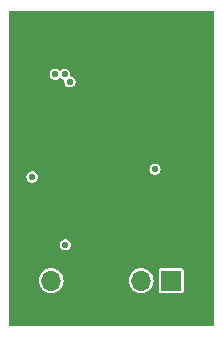
<source format=gbl>
%TF.GenerationSoftware,KiCad,Pcbnew,7.0.1*%
%TF.CreationDate,2023-05-11T16:23:10+02:00*%
%TF.ProjectId,Generic_Buck_Converter,47656e65-7269-4635-9f42-75636b5f436f,rev?*%
%TF.SameCoordinates,Original*%
%TF.FileFunction,Copper,L4,Bot*%
%TF.FilePolarity,Positive*%
%FSLAX46Y46*%
G04 Gerber Fmt 4.6, Leading zero omitted, Abs format (unit mm)*
G04 Created by KiCad (PCBNEW 7.0.1) date 2023-05-11 16:23:10*
%MOMM*%
%LPD*%
G01*
G04 APERTURE LIST*
%TA.AperFunction,ComponentPad*%
%ADD10C,0.550000*%
%TD*%
%TA.AperFunction,SMDPad,CuDef*%
%ADD11R,2.900000X2.900000*%
%TD*%
%TA.AperFunction,ComponentPad*%
%ADD12R,1.700000X1.700000*%
%TD*%
%TA.AperFunction,ComponentPad*%
%ADD13O,1.700000X1.700000*%
%TD*%
%TA.AperFunction,ViaPad*%
%ADD14C,0.550000*%
%TD*%
G04 APERTURE END LIST*
D10*
X106475000Y-110725000D03*
X105325000Y-110725000D03*
X104175000Y-110725000D03*
X106475000Y-111875000D03*
X105325000Y-111875000D03*
D11*
X105325000Y-111875000D03*
D10*
X104175000Y-111875000D03*
X106475000Y-113025000D03*
X105325000Y-113025000D03*
X104175000Y-113025000D03*
D12*
X113975000Y-123025000D03*
D13*
X111435000Y-123025000D03*
X108895000Y-123025000D03*
X106355000Y-123025000D03*
X103815000Y-123025000D03*
D14*
X105400000Y-106200000D03*
X104950000Y-105550000D03*
X104150000Y-105550000D03*
X105000000Y-120000000D03*
X107550000Y-120000000D03*
X117000000Y-102000000D03*
X111700000Y-114250000D03*
X109000000Y-126000000D03*
X107550000Y-118100000D03*
X102000000Y-106000000D03*
X107000000Y-102000000D03*
X101250000Y-114250000D03*
X106950000Y-109350000D03*
X102350000Y-116600000D03*
X104000000Y-126000000D03*
X115000000Y-126000000D03*
X102000000Y-102000000D03*
X117000000Y-106000000D03*
X112600000Y-113600000D03*
X102200000Y-114250000D03*
%TA.AperFunction,Conductor*%
G36*
X117562500Y-100210414D02*
G01*
X117589586Y-100237500D01*
X117599500Y-100274500D01*
X117599500Y-126775500D01*
X117589586Y-126812500D01*
X117562500Y-126839586D01*
X117525500Y-126849500D01*
X100274500Y-126849500D01*
X100237500Y-126839586D01*
X100210414Y-126812500D01*
X100200500Y-126775500D01*
X100200500Y-123025000D01*
X102759417Y-123025000D01*
X102779700Y-123230933D01*
X102839768Y-123428955D01*
X102888541Y-123520201D01*
X102937315Y-123611450D01*
X103068590Y-123771410D01*
X103228550Y-123902685D01*
X103411046Y-124000232D01*
X103609066Y-124060300D01*
X103815000Y-124080583D01*
X104020934Y-124060300D01*
X104218954Y-124000232D01*
X104401450Y-123902685D01*
X104561410Y-123771410D01*
X104692685Y-123611450D01*
X104790232Y-123428954D01*
X104850300Y-123230934D01*
X104870583Y-123025000D01*
X110379417Y-123025000D01*
X110399700Y-123230933D01*
X110459768Y-123428955D01*
X110508541Y-123520201D01*
X110557315Y-123611450D01*
X110688590Y-123771410D01*
X110848550Y-123902685D01*
X111031046Y-124000232D01*
X111229066Y-124060300D01*
X111435000Y-124080583D01*
X111640934Y-124060300D01*
X111838954Y-124000232D01*
X112021450Y-123902685D01*
X112031121Y-123894748D01*
X112924500Y-123894748D01*
X112936132Y-123953229D01*
X112936132Y-123953230D01*
X112936133Y-123953231D01*
X112980448Y-124019552D01*
X113046769Y-124063867D01*
X113105252Y-124075500D01*
X114844748Y-124075500D01*
X114903231Y-124063867D01*
X114969552Y-124019552D01*
X115013867Y-123953231D01*
X115025500Y-123894748D01*
X115025500Y-122155252D01*
X115013867Y-122096769D01*
X114969552Y-122030448D01*
X114903231Y-121986133D01*
X114903230Y-121986132D01*
X114903229Y-121986132D01*
X114844748Y-121974500D01*
X113105252Y-121974500D01*
X113046770Y-121986132D01*
X112980448Y-122030448D01*
X112936132Y-122096770D01*
X112924500Y-122155252D01*
X112924500Y-123894748D01*
X112031121Y-123894748D01*
X112181410Y-123771410D01*
X112312685Y-123611450D01*
X112410232Y-123428954D01*
X112470300Y-123230934D01*
X112490583Y-123025000D01*
X112470300Y-122819066D01*
X112410232Y-122621046D01*
X112312685Y-122438550D01*
X112181410Y-122278590D01*
X112021450Y-122147315D01*
X111926886Y-122096769D01*
X111838955Y-122049768D01*
X111739944Y-122019734D01*
X111640934Y-121989700D01*
X111435000Y-121969417D01*
X111229066Y-121989700D01*
X111031044Y-122049768D01*
X110848550Y-122147315D01*
X110688590Y-122278590D01*
X110557315Y-122438550D01*
X110459768Y-122621044D01*
X110399700Y-122819066D01*
X110379417Y-123025000D01*
X104870583Y-123025000D01*
X104850300Y-122819066D01*
X104790232Y-122621046D01*
X104692685Y-122438550D01*
X104561410Y-122278590D01*
X104401450Y-122147315D01*
X104306886Y-122096769D01*
X104218955Y-122049768D01*
X104119944Y-122019734D01*
X104020934Y-121989700D01*
X103815000Y-121969417D01*
X103609066Y-121989700D01*
X103411044Y-122049768D01*
X103228550Y-122147315D01*
X103068590Y-122278590D01*
X102937315Y-122438550D01*
X102839768Y-122621044D01*
X102779700Y-122819066D01*
X102759417Y-123025000D01*
X100200500Y-123025000D01*
X100200500Y-120000000D01*
X104519610Y-120000000D01*
X104539068Y-120135341D01*
X104595870Y-120259719D01*
X104685410Y-120363055D01*
X104742924Y-120400016D01*
X104800439Y-120436978D01*
X104844170Y-120449818D01*
X104931631Y-120475500D01*
X104931633Y-120475500D01*
X105068367Y-120475500D01*
X105068369Y-120475500D01*
X105133964Y-120456238D01*
X105199561Y-120436978D01*
X105314589Y-120363055D01*
X105404130Y-120259718D01*
X105460931Y-120135342D01*
X105480390Y-120000000D01*
X105460931Y-119864658D01*
X105404130Y-119740282D01*
X105404129Y-119740281D01*
X105404129Y-119740280D01*
X105314589Y-119636944D01*
X105199559Y-119563021D01*
X105068369Y-119524500D01*
X105068367Y-119524500D01*
X104931633Y-119524500D01*
X104931631Y-119524500D01*
X104800440Y-119563021D01*
X104685410Y-119636944D01*
X104595870Y-119740280D01*
X104539068Y-119864658D01*
X104519610Y-120000000D01*
X100200500Y-120000000D01*
X100200500Y-114250000D01*
X101719610Y-114250000D01*
X101739068Y-114385341D01*
X101795870Y-114509719D01*
X101885410Y-114613055D01*
X101942924Y-114650016D01*
X102000439Y-114686978D01*
X102044170Y-114699818D01*
X102131631Y-114725500D01*
X102131633Y-114725500D01*
X102268367Y-114725500D01*
X102268369Y-114725500D01*
X102333963Y-114706239D01*
X102399561Y-114686978D01*
X102514589Y-114613055D01*
X102604130Y-114509718D01*
X102660931Y-114385342D01*
X102680390Y-114250000D01*
X102660931Y-114114658D01*
X102604130Y-113990282D01*
X102604129Y-113990281D01*
X102604129Y-113990280D01*
X102514589Y-113886944D01*
X102399559Y-113813021D01*
X102268369Y-113774500D01*
X102268367Y-113774500D01*
X102131633Y-113774500D01*
X102131631Y-113774500D01*
X102000440Y-113813021D01*
X101885410Y-113886944D01*
X101795870Y-113990280D01*
X101739068Y-114114658D01*
X101719610Y-114250000D01*
X100200500Y-114250000D01*
X100200500Y-113600000D01*
X112119610Y-113600000D01*
X112139068Y-113735341D01*
X112195870Y-113859719D01*
X112285410Y-113963055D01*
X112342924Y-114000016D01*
X112400439Y-114036978D01*
X112444170Y-114049818D01*
X112531631Y-114075500D01*
X112531633Y-114075500D01*
X112668367Y-114075500D01*
X112668369Y-114075500D01*
X112733964Y-114056238D01*
X112799561Y-114036978D01*
X112914589Y-113963055D01*
X113004130Y-113859718D01*
X113060931Y-113735342D01*
X113080390Y-113600000D01*
X113060931Y-113464658D01*
X113004130Y-113340282D01*
X113004129Y-113340281D01*
X113004129Y-113340280D01*
X112914589Y-113236944D01*
X112799559Y-113163021D01*
X112668369Y-113124500D01*
X112668367Y-113124500D01*
X112531633Y-113124500D01*
X112531631Y-113124500D01*
X112400440Y-113163021D01*
X112285410Y-113236944D01*
X112195870Y-113340280D01*
X112139068Y-113464658D01*
X112119610Y-113600000D01*
X100200500Y-113600000D01*
X100200500Y-105550000D01*
X103669610Y-105550000D01*
X103689068Y-105685341D01*
X103745870Y-105809719D01*
X103835410Y-105913055D01*
X103892925Y-105950016D01*
X103950439Y-105986978D01*
X103994170Y-105999818D01*
X104081631Y-106025500D01*
X104081633Y-106025500D01*
X104218367Y-106025500D01*
X104218369Y-106025500D01*
X104283963Y-106006239D01*
X104349561Y-105986978D01*
X104464589Y-105913055D01*
X104494074Y-105879026D01*
X104529150Y-105856484D01*
X104570847Y-105856483D01*
X104605924Y-105879026D01*
X104635410Y-105913054D01*
X104635411Y-105913055D01*
X104750439Y-105986978D01*
X104880621Y-106025203D01*
X104910838Y-106042649D01*
X104929702Y-106072002D01*
X104933019Y-106106736D01*
X104919610Y-106199999D01*
X104939068Y-106335341D01*
X104995870Y-106459719D01*
X105085410Y-106563055D01*
X105142924Y-106600016D01*
X105200439Y-106636978D01*
X105244170Y-106649818D01*
X105331631Y-106675500D01*
X105331633Y-106675500D01*
X105468367Y-106675500D01*
X105468369Y-106675500D01*
X105533964Y-106656238D01*
X105599561Y-106636978D01*
X105714589Y-106563055D01*
X105804130Y-106459718D01*
X105860931Y-106335342D01*
X105880390Y-106200000D01*
X105860931Y-106064658D01*
X105804130Y-105940282D01*
X105804129Y-105940281D01*
X105804129Y-105940280D01*
X105714589Y-105836944D01*
X105599559Y-105763020D01*
X105469379Y-105724796D01*
X105439161Y-105707350D01*
X105420297Y-105677997D01*
X105416980Y-105643266D01*
X105430390Y-105550000D01*
X105410931Y-105414658D01*
X105354130Y-105290282D01*
X105354129Y-105290281D01*
X105354129Y-105290280D01*
X105264589Y-105186944D01*
X105149559Y-105113021D01*
X105018369Y-105074500D01*
X105018367Y-105074500D01*
X104881633Y-105074500D01*
X104881631Y-105074500D01*
X104750440Y-105113021D01*
X104635410Y-105186945D01*
X104605925Y-105220972D01*
X104570848Y-105243515D01*
X104529152Y-105243515D01*
X104494075Y-105220972D01*
X104464589Y-105186945D01*
X104349559Y-105113021D01*
X104218369Y-105074500D01*
X104218367Y-105074500D01*
X104081633Y-105074500D01*
X104081631Y-105074500D01*
X103950440Y-105113021D01*
X103835410Y-105186944D01*
X103745870Y-105290280D01*
X103689068Y-105414658D01*
X103669610Y-105550000D01*
X100200500Y-105550000D01*
X100200500Y-100274500D01*
X100210414Y-100237500D01*
X100237500Y-100210414D01*
X100274500Y-100200500D01*
X117525500Y-100200500D01*
X117562500Y-100210414D01*
G37*
%TD.AperFunction*%
M02*

</source>
